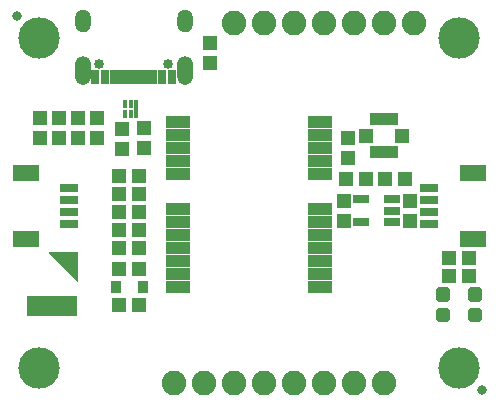
<source format=gts>
G75*
%MOIN*%
%OFA0B0*%
%FSLAX25Y25*%
%IPPOS*%
%LPD*%
%AMOC8*
5,1,8,0,0,1.08239X$1,22.5*
%
%ADD10C,0.13800*%
%ADD11C,0.03300*%
%ADD12R,0.08674X0.05524*%
%ADD13R,0.06115X0.03162*%
%ADD14R,0.05131X0.04737*%
%ADD15C,0.00197*%
%ADD16R,0.16535X0.06693*%
%ADD17R,0.04737X0.05131*%
%ADD18C,0.01990*%
%ADD19R,0.03280X0.04068*%
%ADD20R,0.09461X0.04146*%
%ADD21R,0.04934X0.04737*%
%ADD22R,0.05524X0.02965*%
%ADD23C,0.08200*%
%ADD24R,0.01784X0.03202*%
%ADD25R,0.01784X0.03005*%
%ADD26R,0.01981X0.04737*%
%ADD27R,0.03162X0.04737*%
%ADD28C,0.03359*%
%ADD29C,0.00039*%
%ADD30R,0.07887X0.03950*%
D10*
X0163333Y0085000D03*
X0303333Y0085000D03*
X0303333Y0194900D03*
X0163333Y0194900D03*
D11*
X0155833Y0202400D03*
X0310833Y0077500D03*
D12*
X0307802Y0127876D03*
X0307802Y0149924D03*
X0158865Y0149924D03*
X0158865Y0127876D03*
D13*
X0173333Y0132994D03*
X0173333Y0136931D03*
X0173333Y0140869D03*
X0173333Y0144806D03*
X0293333Y0144806D03*
X0293333Y0140869D03*
X0293333Y0136931D03*
X0293333Y0132994D03*
D14*
X0299987Y0121600D03*
X0299987Y0115600D03*
X0306680Y0115600D03*
X0306680Y0121600D03*
X0285180Y0147900D03*
X0278487Y0147900D03*
X0272180Y0147900D03*
X0265487Y0147900D03*
X0196680Y0148900D03*
X0189987Y0148900D03*
X0189987Y0142900D03*
X0196680Y0142900D03*
X0196680Y0136900D03*
X0189987Y0136900D03*
X0189987Y0130900D03*
X0196680Y0130900D03*
X0196680Y0125100D03*
X0189987Y0125100D03*
X0189987Y0117900D03*
X0196680Y0117900D03*
X0196680Y0106100D03*
X0189987Y0106100D03*
D15*
X0175885Y0114102D02*
X0166436Y0123551D01*
X0175885Y0123551D01*
X0175885Y0114102D01*
X0175885Y0114268D02*
X0175719Y0114268D01*
X0175885Y0114463D02*
X0175524Y0114463D01*
X0175328Y0114658D02*
X0175885Y0114658D01*
X0175885Y0114854D02*
X0175133Y0114854D01*
X0174938Y0115049D02*
X0175885Y0115049D01*
X0175885Y0115245D02*
X0174742Y0115245D01*
X0174547Y0115440D02*
X0175885Y0115440D01*
X0175885Y0115635D02*
X0174352Y0115635D01*
X0174156Y0115831D02*
X0175885Y0115831D01*
X0175885Y0116026D02*
X0173961Y0116026D01*
X0173766Y0116221D02*
X0175885Y0116221D01*
X0175885Y0116417D02*
X0173570Y0116417D01*
X0173375Y0116612D02*
X0175885Y0116612D01*
X0175885Y0116807D02*
X0173179Y0116807D01*
X0172984Y0117003D02*
X0175885Y0117003D01*
X0175885Y0117198D02*
X0172789Y0117198D01*
X0172593Y0117393D02*
X0175885Y0117393D01*
X0175885Y0117589D02*
X0172398Y0117589D01*
X0172203Y0117784D02*
X0175885Y0117784D01*
X0175885Y0117980D02*
X0172007Y0117980D01*
X0171812Y0118175D02*
X0175885Y0118175D01*
X0175885Y0118370D02*
X0171617Y0118370D01*
X0171421Y0118566D02*
X0175885Y0118566D01*
X0175885Y0118761D02*
X0171226Y0118761D01*
X0171030Y0118956D02*
X0175885Y0118956D01*
X0175885Y0119152D02*
X0170835Y0119152D01*
X0170640Y0119347D02*
X0175885Y0119347D01*
X0175885Y0119542D02*
X0170444Y0119542D01*
X0170249Y0119738D02*
X0175885Y0119738D01*
X0175885Y0119933D02*
X0170054Y0119933D01*
X0169858Y0120129D02*
X0175885Y0120129D01*
X0175885Y0120324D02*
X0169663Y0120324D01*
X0169468Y0120519D02*
X0175885Y0120519D01*
X0175885Y0120715D02*
X0169272Y0120715D01*
X0169077Y0120910D02*
X0175885Y0120910D01*
X0175885Y0121105D02*
X0168882Y0121105D01*
X0168686Y0121301D02*
X0175885Y0121301D01*
X0175885Y0121496D02*
X0168491Y0121496D01*
X0168295Y0121691D02*
X0175885Y0121691D01*
X0175885Y0121887D02*
X0168100Y0121887D01*
X0167905Y0122082D02*
X0175885Y0122082D01*
X0175885Y0122278D02*
X0167709Y0122278D01*
X0167514Y0122473D02*
X0175885Y0122473D01*
X0175885Y0122668D02*
X0167319Y0122668D01*
X0167123Y0122864D02*
X0175885Y0122864D01*
X0175885Y0123059D02*
X0166928Y0123059D01*
X0166733Y0123254D02*
X0175885Y0123254D01*
X0175885Y0123450D02*
X0166537Y0123450D01*
D16*
X0167696Y0105717D03*
D17*
X0190933Y0158054D03*
X0198133Y0158254D03*
X0198133Y0164946D03*
X0190933Y0164746D03*
X0182633Y0161554D03*
X0176333Y0161554D03*
X0169933Y0161554D03*
X0163533Y0161554D03*
X0163533Y0168246D03*
X0169933Y0168246D03*
X0176333Y0168246D03*
X0182633Y0168246D03*
X0220133Y0186654D03*
X0220133Y0193346D03*
X0266333Y0161746D03*
X0266333Y0155054D03*
X0265033Y0140646D03*
X0265033Y0133954D03*
X0286833Y0134054D03*
X0286833Y0140746D03*
D18*
X0296560Y0110826D02*
X0299306Y0110826D01*
X0299306Y0108080D01*
X0296560Y0108080D01*
X0296560Y0110826D01*
X0296560Y0109970D02*
X0299306Y0109970D01*
X0307060Y0110826D02*
X0309806Y0110826D01*
X0309806Y0108080D01*
X0307060Y0108080D01*
X0307060Y0110826D01*
X0307060Y0109970D02*
X0309806Y0109970D01*
X0309806Y0103920D02*
X0307060Y0103920D01*
X0309806Y0103920D02*
X0309806Y0101174D01*
X0307060Y0101174D01*
X0307060Y0103920D01*
X0307060Y0103064D02*
X0309806Y0103064D01*
X0299306Y0103920D02*
X0296560Y0103920D01*
X0299306Y0103920D02*
X0299306Y0101174D01*
X0296560Y0101174D01*
X0296560Y0103920D01*
X0296560Y0103064D02*
X0299306Y0103064D01*
D19*
X0197861Y0111900D03*
X0188806Y0111900D03*
D20*
X0278333Y0156987D03*
X0278333Y0167813D03*
D21*
X0272329Y0162400D03*
X0284337Y0162400D03*
D22*
X0280952Y0141140D03*
X0280952Y0137400D03*
X0280952Y0133660D03*
X0270715Y0133660D03*
X0270715Y0141140D03*
D23*
X0268333Y0199900D03*
X0258333Y0199900D03*
X0248333Y0199900D03*
X0238333Y0199900D03*
X0228333Y0199900D03*
X0278333Y0199900D03*
X0288333Y0199900D03*
X0278333Y0080000D03*
X0268333Y0080000D03*
X0258333Y0080000D03*
X0248333Y0080000D03*
X0238333Y0080000D03*
X0228333Y0080000D03*
X0218333Y0080000D03*
X0208333Y0080000D03*
D24*
X0195702Y0172794D03*
D25*
X0193733Y0172893D03*
X0191765Y0172893D03*
X0191765Y0169507D03*
X0193733Y0169507D03*
X0195702Y0169507D03*
D26*
X0195718Y0182039D03*
X0197686Y0182039D03*
X0199655Y0182039D03*
X0201623Y0182039D03*
X0193749Y0182039D03*
X0191781Y0182039D03*
X0189812Y0182039D03*
X0187844Y0182039D03*
D27*
X0185088Y0182039D03*
X0182036Y0182039D03*
X0204379Y0182039D03*
X0207430Y0182039D03*
D28*
X0206111Y0186389D03*
X0183355Y0186389D03*
D29*
X0180088Y0186371D02*
X0175363Y0186371D01*
X0175363Y0186333D02*
X0180088Y0186333D01*
X0180088Y0186296D02*
X0175363Y0186296D01*
X0175363Y0186258D02*
X0180088Y0186258D01*
X0180088Y0186220D02*
X0175363Y0186220D01*
X0175363Y0186182D02*
X0180088Y0186182D01*
X0180088Y0186144D02*
X0175363Y0186144D01*
X0175363Y0186106D02*
X0180088Y0186106D01*
X0180088Y0186068D02*
X0175363Y0186068D01*
X0175363Y0186030D02*
X0180088Y0186030D01*
X0180088Y0185992D02*
X0175363Y0185992D01*
X0175363Y0185955D02*
X0180088Y0185955D01*
X0180088Y0185917D02*
X0175363Y0185917D01*
X0175363Y0185879D02*
X0180088Y0185879D01*
X0180088Y0185841D02*
X0175363Y0185841D01*
X0175363Y0185803D02*
X0180088Y0185803D01*
X0180088Y0185765D02*
X0175363Y0185765D01*
X0175363Y0185727D02*
X0180088Y0185727D01*
X0180088Y0185689D02*
X0175363Y0185689D01*
X0175363Y0185652D02*
X0180088Y0185652D01*
X0180088Y0185614D02*
X0175363Y0185614D01*
X0175363Y0185576D02*
X0180088Y0185576D01*
X0180088Y0185538D02*
X0175363Y0185538D01*
X0175363Y0185500D02*
X0180088Y0185500D01*
X0180088Y0185462D02*
X0175363Y0185462D01*
X0175363Y0185424D02*
X0180088Y0185424D01*
X0180088Y0185386D02*
X0175363Y0185386D01*
X0175363Y0185349D02*
X0180088Y0185349D01*
X0180088Y0185311D02*
X0175363Y0185311D01*
X0175363Y0185273D02*
X0180088Y0185273D01*
X0180088Y0185235D02*
X0175363Y0185235D01*
X0175363Y0185197D02*
X0180088Y0185197D01*
X0180088Y0185159D02*
X0175363Y0185159D01*
X0175363Y0185121D02*
X0180088Y0185121D01*
X0180088Y0185083D02*
X0175363Y0185083D01*
X0175363Y0185045D02*
X0180088Y0185045D01*
X0180088Y0185008D02*
X0175363Y0185008D01*
X0175363Y0184970D02*
X0180088Y0184970D01*
X0180088Y0184932D02*
X0175363Y0184932D01*
X0175363Y0184894D02*
X0180088Y0184894D01*
X0180088Y0184856D02*
X0175363Y0184856D01*
X0175363Y0184818D02*
X0180088Y0184818D01*
X0180088Y0184780D02*
X0175363Y0184780D01*
X0175363Y0184742D02*
X0180088Y0184742D01*
X0180088Y0184705D02*
X0175363Y0184705D01*
X0175363Y0184667D02*
X0180088Y0184667D01*
X0180088Y0184629D02*
X0175363Y0184629D01*
X0175363Y0184591D02*
X0180088Y0184591D01*
X0180088Y0184553D02*
X0175363Y0184553D01*
X0175363Y0184515D02*
X0180088Y0184515D01*
X0180088Y0184477D02*
X0175363Y0184477D01*
X0175363Y0184439D02*
X0180088Y0184439D01*
X0180088Y0184401D02*
X0175363Y0184401D01*
X0175363Y0184364D02*
X0180088Y0184364D01*
X0180088Y0184326D02*
X0175363Y0184326D01*
X0175363Y0184288D02*
X0180088Y0184288D01*
X0180088Y0184250D02*
X0175363Y0184250D01*
X0175363Y0184212D02*
X0180088Y0184212D01*
X0180088Y0184174D02*
X0175363Y0184174D01*
X0175363Y0184136D02*
X0180088Y0184136D01*
X0180088Y0184098D02*
X0175363Y0184098D01*
X0175363Y0184061D02*
X0180088Y0184061D01*
X0180088Y0184023D02*
X0175363Y0184023D01*
X0175363Y0183985D02*
X0180088Y0183985D01*
X0180088Y0183947D02*
X0175363Y0183947D01*
X0175363Y0183909D02*
X0180088Y0183909D01*
X0180088Y0183871D02*
X0175363Y0183871D01*
X0175363Y0183833D02*
X0180088Y0183833D01*
X0180088Y0183795D02*
X0175363Y0183795D01*
X0175363Y0183757D02*
X0180088Y0183757D01*
X0180088Y0183720D02*
X0175363Y0183720D01*
X0175363Y0183682D02*
X0180088Y0183682D01*
X0180088Y0183644D02*
X0175363Y0183644D01*
X0175363Y0183606D02*
X0180088Y0183606D01*
X0180088Y0183568D02*
X0175363Y0183568D01*
X0175363Y0183530D02*
X0180088Y0183530D01*
X0180088Y0183492D02*
X0175363Y0183492D01*
X0175363Y0183454D02*
X0180088Y0183454D01*
X0180088Y0183417D02*
X0175363Y0183417D01*
X0175363Y0183379D02*
X0180088Y0183379D01*
X0180088Y0183341D02*
X0175363Y0183341D01*
X0175363Y0183303D02*
X0180088Y0183303D01*
X0180088Y0183265D02*
X0175363Y0183265D01*
X0175363Y0183227D02*
X0180088Y0183227D01*
X0180088Y0183189D02*
X0175363Y0183189D01*
X0175363Y0183151D02*
X0180088Y0183151D01*
X0180088Y0183114D02*
X0175363Y0183114D01*
X0175363Y0183076D02*
X0180088Y0183076D01*
X0180088Y0183038D02*
X0175363Y0183038D01*
X0175363Y0183000D02*
X0180088Y0183000D01*
X0180088Y0182962D02*
X0175363Y0182962D01*
X0175363Y0182924D02*
X0180088Y0182924D01*
X0180088Y0182886D02*
X0175363Y0182886D01*
X0175363Y0182848D02*
X0180088Y0182848D01*
X0180088Y0182810D02*
X0175363Y0182810D01*
X0175363Y0182773D02*
X0180088Y0182773D01*
X0180088Y0182735D02*
X0175363Y0182735D01*
X0175363Y0182697D02*
X0180088Y0182697D01*
X0180088Y0182659D02*
X0175363Y0182659D01*
X0175363Y0182621D02*
X0180088Y0182621D01*
X0180088Y0182583D02*
X0175363Y0182583D01*
X0175363Y0182545D02*
X0180088Y0182545D01*
X0180088Y0182507D02*
X0175363Y0182507D01*
X0175363Y0182470D02*
X0180088Y0182470D01*
X0180088Y0182432D02*
X0175363Y0182432D01*
X0175363Y0182394D02*
X0180088Y0182394D01*
X0180088Y0182356D02*
X0175363Y0182356D01*
X0175363Y0182318D02*
X0180088Y0182318D01*
X0180088Y0182280D02*
X0175363Y0182280D01*
X0175363Y0182242D02*
X0180088Y0182242D01*
X0180088Y0182204D02*
X0175363Y0182204D01*
X0175363Y0182166D02*
X0180088Y0182166D01*
X0180088Y0182129D02*
X0175363Y0182129D01*
X0175363Y0182091D02*
X0180088Y0182091D01*
X0180088Y0182053D02*
X0175363Y0182053D01*
X0175363Y0182015D02*
X0180088Y0182015D01*
X0180088Y0181977D02*
X0175363Y0181977D01*
X0175363Y0181960D02*
X0175363Y0186684D01*
X0175444Y0187183D01*
X0175633Y0187651D01*
X0175922Y0188066D01*
X0176297Y0188406D01*
X0176737Y0188654D01*
X0177221Y0188798D01*
X0177725Y0188830D01*
X0178230Y0188798D01*
X0178714Y0188654D01*
X0179154Y0188406D01*
X0179528Y0188066D01*
X0179817Y0187651D01*
X0180007Y0187183D01*
X0180088Y0186684D01*
X0180088Y0181960D01*
X0180027Y0181518D01*
X0179881Y0181097D01*
X0179655Y0180712D01*
X0179359Y0180378D01*
X0179004Y0180109D01*
X0178602Y0179914D01*
X0178171Y0179801D01*
X0177725Y0179775D01*
X0177280Y0179801D01*
X0176849Y0179914D01*
X0176447Y0180109D01*
X0176092Y0180378D01*
X0175796Y0180712D01*
X0175570Y0181097D01*
X0175424Y0181518D01*
X0175363Y0181960D01*
X0175366Y0181939D02*
X0180085Y0181939D01*
X0180080Y0181901D02*
X0175371Y0181901D01*
X0175377Y0181863D02*
X0180074Y0181863D01*
X0180069Y0181826D02*
X0175382Y0181826D01*
X0175387Y0181788D02*
X0180064Y0181788D01*
X0180059Y0181750D02*
X0175392Y0181750D01*
X0175397Y0181712D02*
X0180053Y0181712D01*
X0180048Y0181674D02*
X0175403Y0181674D01*
X0175408Y0181636D02*
X0180043Y0181636D01*
X0180038Y0181598D02*
X0175413Y0181598D01*
X0175418Y0181560D02*
X0180033Y0181560D01*
X0180027Y0181522D02*
X0175424Y0181522D01*
X0175436Y0181485D02*
X0180015Y0181485D01*
X0180002Y0181447D02*
X0175449Y0181447D01*
X0175462Y0181409D02*
X0179989Y0181409D01*
X0179976Y0181371D02*
X0175475Y0181371D01*
X0175488Y0181333D02*
X0179963Y0181333D01*
X0179950Y0181295D02*
X0175501Y0181295D01*
X0175515Y0181257D02*
X0179936Y0181257D01*
X0179923Y0181219D02*
X0175528Y0181219D01*
X0175541Y0181182D02*
X0179910Y0181182D01*
X0179897Y0181144D02*
X0175554Y0181144D01*
X0175567Y0181106D02*
X0179884Y0181106D01*
X0179864Y0181068D02*
X0175587Y0181068D01*
X0175609Y0181030D02*
X0179842Y0181030D01*
X0179820Y0180992D02*
X0175631Y0180992D01*
X0175654Y0180954D02*
X0179797Y0180954D01*
X0179775Y0180916D02*
X0175676Y0180916D01*
X0175698Y0180879D02*
X0179753Y0180879D01*
X0179731Y0180841D02*
X0175720Y0180841D01*
X0175742Y0180803D02*
X0179709Y0180803D01*
X0179686Y0180765D02*
X0175764Y0180765D01*
X0175787Y0180727D02*
X0179664Y0180727D01*
X0179635Y0180689D02*
X0175816Y0180689D01*
X0175849Y0180651D02*
X0179602Y0180651D01*
X0179568Y0180613D02*
X0175883Y0180613D01*
X0175917Y0180575D02*
X0179534Y0180575D01*
X0179501Y0180538D02*
X0175950Y0180538D01*
X0175984Y0180500D02*
X0179467Y0180500D01*
X0179433Y0180462D02*
X0176017Y0180462D01*
X0176051Y0180424D02*
X0179400Y0180424D01*
X0179366Y0180386D02*
X0176085Y0180386D01*
X0176131Y0180348D02*
X0179320Y0180348D01*
X0179270Y0180310D02*
X0176181Y0180310D01*
X0176231Y0180272D02*
X0179220Y0180272D01*
X0179170Y0180235D02*
X0176281Y0180235D01*
X0176331Y0180197D02*
X0179120Y0180197D01*
X0179070Y0180159D02*
X0176381Y0180159D01*
X0176431Y0180121D02*
X0179020Y0180121D01*
X0178950Y0180083D02*
X0176500Y0180083D01*
X0176578Y0180045D02*
X0178872Y0180045D01*
X0178794Y0180007D02*
X0176657Y0180007D01*
X0176735Y0179969D02*
X0178716Y0179969D01*
X0178638Y0179931D02*
X0176813Y0179931D01*
X0176927Y0179894D02*
X0178524Y0179894D01*
X0178379Y0179856D02*
X0177072Y0179856D01*
X0177217Y0179818D02*
X0178234Y0179818D01*
X0177812Y0179780D02*
X0177639Y0179780D01*
X0175363Y0186409D02*
X0180088Y0186409D01*
X0180088Y0186447D02*
X0175363Y0186447D01*
X0175363Y0186485D02*
X0180088Y0186485D01*
X0180088Y0186523D02*
X0175363Y0186523D01*
X0175363Y0186561D02*
X0180088Y0186561D01*
X0180088Y0186599D02*
X0175363Y0186599D01*
X0175363Y0186636D02*
X0180088Y0186636D01*
X0180088Y0186674D02*
X0175363Y0186674D01*
X0175368Y0186712D02*
X0180083Y0186712D01*
X0180077Y0186750D02*
X0175374Y0186750D01*
X0175380Y0186788D02*
X0180071Y0186788D01*
X0180065Y0186826D02*
X0175386Y0186826D01*
X0175392Y0186864D02*
X0180059Y0186864D01*
X0180053Y0186902D02*
X0175398Y0186902D01*
X0175404Y0186940D02*
X0180046Y0186940D01*
X0180040Y0186977D02*
X0175411Y0186977D01*
X0175417Y0187015D02*
X0180034Y0187015D01*
X0180028Y0187053D02*
X0175423Y0187053D01*
X0175429Y0187091D02*
X0180022Y0187091D01*
X0180016Y0187129D02*
X0175435Y0187129D01*
X0175441Y0187167D02*
X0180010Y0187167D01*
X0179998Y0187205D02*
X0175453Y0187205D01*
X0175468Y0187243D02*
X0179983Y0187243D01*
X0179968Y0187280D02*
X0175483Y0187280D01*
X0175499Y0187318D02*
X0179952Y0187318D01*
X0179937Y0187356D02*
X0175514Y0187356D01*
X0175529Y0187394D02*
X0179922Y0187394D01*
X0179906Y0187432D02*
X0175545Y0187432D01*
X0175560Y0187470D02*
X0179891Y0187470D01*
X0179876Y0187508D02*
X0175575Y0187508D01*
X0175591Y0187546D02*
X0179860Y0187546D01*
X0179845Y0187584D02*
X0175606Y0187584D01*
X0175621Y0187621D02*
X0179830Y0187621D01*
X0179812Y0187659D02*
X0175639Y0187659D01*
X0175665Y0187697D02*
X0179786Y0187697D01*
X0179759Y0187735D02*
X0175692Y0187735D01*
X0175718Y0187773D02*
X0179733Y0187773D01*
X0179706Y0187811D02*
X0175745Y0187811D01*
X0175771Y0187849D02*
X0179680Y0187849D01*
X0179654Y0187887D02*
X0175797Y0187887D01*
X0175824Y0187924D02*
X0179627Y0187924D01*
X0179601Y0187962D02*
X0175850Y0187962D01*
X0175877Y0188000D02*
X0179574Y0188000D01*
X0179548Y0188038D02*
X0175903Y0188038D01*
X0175934Y0188076D02*
X0179517Y0188076D01*
X0179476Y0188114D02*
X0175975Y0188114D01*
X0176017Y0188152D02*
X0179434Y0188152D01*
X0179392Y0188190D02*
X0176059Y0188190D01*
X0176100Y0188227D02*
X0179351Y0188227D01*
X0179309Y0188265D02*
X0176142Y0188265D01*
X0176184Y0188303D02*
X0179267Y0188303D01*
X0179225Y0188341D02*
X0176225Y0188341D01*
X0176267Y0188379D02*
X0179184Y0188379D01*
X0179134Y0188417D02*
X0176316Y0188417D01*
X0176384Y0188455D02*
X0179067Y0188455D01*
X0179000Y0188493D02*
X0176451Y0188493D01*
X0176518Y0188531D02*
X0178933Y0188531D01*
X0178865Y0188568D02*
X0176585Y0188568D01*
X0176653Y0188606D02*
X0178798Y0188606D01*
X0178731Y0188644D02*
X0176720Y0188644D01*
X0176832Y0188682D02*
X0178619Y0188682D01*
X0178491Y0188720D02*
X0176960Y0188720D01*
X0177088Y0188758D02*
X0178363Y0188758D01*
X0178236Y0188796D02*
X0177215Y0188796D01*
X0177725Y0197216D02*
X0177263Y0197263D01*
X0176818Y0197400D01*
X0176409Y0197621D01*
X0176051Y0197917D01*
X0175758Y0198278D01*
X0175540Y0198689D01*
X0175407Y0199135D01*
X0175363Y0199598D01*
X0175363Y0201960D01*
X0175410Y0202419D01*
X0175546Y0202859D01*
X0175765Y0203265D01*
X0176059Y0203620D01*
X0176417Y0203911D01*
X0176824Y0204127D01*
X0177266Y0204259D01*
X0177725Y0204302D01*
X0178249Y0204246D01*
X0178747Y0204074D01*
X0179194Y0203795D01*
X0179568Y0203424D01*
X0179850Y0202980D01*
X0180026Y0202483D01*
X0180088Y0201960D01*
X0180088Y0199598D01*
X0180030Y0199070D01*
X0179857Y0198567D01*
X0179576Y0198117D01*
X0179202Y0197739D01*
X0178754Y0197455D01*
X0178253Y0197277D01*
X0177725Y0197216D01*
X0177961Y0197243D02*
X0177457Y0197243D01*
X0177205Y0197281D02*
X0178264Y0197281D01*
X0178370Y0197319D02*
X0177082Y0197319D01*
X0176959Y0197357D02*
X0178477Y0197357D01*
X0178584Y0197395D02*
X0176836Y0197395D01*
X0176758Y0197433D02*
X0178691Y0197433D01*
X0178778Y0197471D02*
X0176688Y0197471D01*
X0176618Y0197508D02*
X0178838Y0197508D01*
X0178898Y0197546D02*
X0176548Y0197546D01*
X0176477Y0197584D02*
X0178958Y0197584D01*
X0179017Y0197622D02*
X0176408Y0197622D01*
X0176362Y0197660D02*
X0179077Y0197660D01*
X0179137Y0197698D02*
X0176316Y0197698D01*
X0176271Y0197736D02*
X0179196Y0197736D01*
X0179236Y0197774D02*
X0176225Y0197774D01*
X0176179Y0197811D02*
X0179274Y0197811D01*
X0179311Y0197849D02*
X0176133Y0197849D01*
X0176088Y0197887D02*
X0179349Y0197887D01*
X0179386Y0197925D02*
X0176045Y0197925D01*
X0176014Y0197963D02*
X0179424Y0197963D01*
X0179462Y0198001D02*
X0175983Y0198001D01*
X0175952Y0198039D02*
X0179499Y0198039D01*
X0179537Y0198077D02*
X0175922Y0198077D01*
X0175891Y0198115D02*
X0179574Y0198115D01*
X0179599Y0198152D02*
X0175860Y0198152D01*
X0175829Y0198190D02*
X0179622Y0198190D01*
X0179646Y0198228D02*
X0175798Y0198228D01*
X0175767Y0198266D02*
X0179669Y0198266D01*
X0179693Y0198304D02*
X0175744Y0198304D01*
X0175724Y0198342D02*
X0179717Y0198342D01*
X0179740Y0198380D02*
X0175704Y0198380D01*
X0175684Y0198418D02*
X0179764Y0198418D01*
X0179787Y0198455D02*
X0175664Y0198455D01*
X0175644Y0198493D02*
X0179811Y0198493D01*
X0179834Y0198531D02*
X0175624Y0198531D01*
X0175604Y0198569D02*
X0179858Y0198569D01*
X0179871Y0198607D02*
X0175584Y0198607D01*
X0175563Y0198645D02*
X0179884Y0198645D01*
X0179897Y0198683D02*
X0175543Y0198683D01*
X0175531Y0198721D02*
X0179910Y0198721D01*
X0179923Y0198759D02*
X0175519Y0198759D01*
X0175508Y0198796D02*
X0179936Y0198796D01*
X0179949Y0198834D02*
X0175497Y0198834D01*
X0175485Y0198872D02*
X0179962Y0198872D01*
X0179975Y0198910D02*
X0175474Y0198910D01*
X0175463Y0198948D02*
X0179988Y0198948D01*
X0180001Y0198986D02*
X0175451Y0198986D01*
X0175440Y0199024D02*
X0180015Y0199024D01*
X0180028Y0199062D02*
X0175429Y0199062D01*
X0175417Y0199099D02*
X0180034Y0199099D01*
X0180038Y0199137D02*
X0175407Y0199137D01*
X0175403Y0199175D02*
X0180042Y0199175D01*
X0180046Y0199213D02*
X0175400Y0199213D01*
X0175396Y0199251D02*
X0180050Y0199251D01*
X0180054Y0199289D02*
X0175392Y0199289D01*
X0175389Y0199327D02*
X0180058Y0199327D01*
X0180062Y0199365D02*
X0175385Y0199365D01*
X0175382Y0199403D02*
X0180066Y0199403D01*
X0180071Y0199440D02*
X0175378Y0199440D01*
X0175375Y0199478D02*
X0180075Y0199478D01*
X0180079Y0199516D02*
X0175371Y0199516D01*
X0175367Y0199554D02*
X0180083Y0199554D01*
X0180087Y0199592D02*
X0175364Y0199592D01*
X0175363Y0199630D02*
X0180088Y0199630D01*
X0180088Y0199668D02*
X0175363Y0199668D01*
X0175363Y0199706D02*
X0180088Y0199706D01*
X0180088Y0199743D02*
X0175363Y0199743D01*
X0175363Y0199781D02*
X0180088Y0199781D01*
X0180088Y0199819D02*
X0175363Y0199819D01*
X0175363Y0199857D02*
X0180088Y0199857D01*
X0180088Y0199895D02*
X0175363Y0199895D01*
X0175363Y0199933D02*
X0180088Y0199933D01*
X0180088Y0199971D02*
X0175363Y0199971D01*
X0175363Y0200009D02*
X0180088Y0200009D01*
X0180088Y0200046D02*
X0175363Y0200046D01*
X0175363Y0200084D02*
X0180088Y0200084D01*
X0180088Y0200122D02*
X0175363Y0200122D01*
X0175363Y0200160D02*
X0180088Y0200160D01*
X0180088Y0200198D02*
X0175363Y0200198D01*
X0175363Y0200236D02*
X0180088Y0200236D01*
X0180088Y0200274D02*
X0175363Y0200274D01*
X0175363Y0200312D02*
X0180088Y0200312D01*
X0180088Y0200350D02*
X0175363Y0200350D01*
X0175363Y0200387D02*
X0180088Y0200387D01*
X0180088Y0200425D02*
X0175363Y0200425D01*
X0175363Y0200463D02*
X0180088Y0200463D01*
X0180088Y0200501D02*
X0175363Y0200501D01*
X0175363Y0200539D02*
X0180088Y0200539D01*
X0180088Y0200577D02*
X0175363Y0200577D01*
X0175363Y0200615D02*
X0180088Y0200615D01*
X0180088Y0200653D02*
X0175363Y0200653D01*
X0175363Y0200690D02*
X0180088Y0200690D01*
X0180088Y0200728D02*
X0175363Y0200728D01*
X0175363Y0200766D02*
X0180088Y0200766D01*
X0180088Y0200804D02*
X0175363Y0200804D01*
X0175363Y0200842D02*
X0180088Y0200842D01*
X0180088Y0200880D02*
X0175363Y0200880D01*
X0175363Y0200918D02*
X0180088Y0200918D01*
X0180088Y0200956D02*
X0175363Y0200956D01*
X0175363Y0200994D02*
X0180088Y0200994D01*
X0180088Y0201031D02*
X0175363Y0201031D01*
X0175363Y0201069D02*
X0180088Y0201069D01*
X0180088Y0201107D02*
X0175363Y0201107D01*
X0175363Y0201145D02*
X0180088Y0201145D01*
X0180088Y0201183D02*
X0175363Y0201183D01*
X0175363Y0201221D02*
X0180088Y0201221D01*
X0180088Y0201259D02*
X0175363Y0201259D01*
X0175363Y0201297D02*
X0180088Y0201297D01*
X0180088Y0201334D02*
X0175363Y0201334D01*
X0175363Y0201372D02*
X0180088Y0201372D01*
X0180088Y0201410D02*
X0175363Y0201410D01*
X0175363Y0201448D02*
X0180088Y0201448D01*
X0180088Y0201486D02*
X0175363Y0201486D01*
X0175363Y0201524D02*
X0180088Y0201524D01*
X0180088Y0201562D02*
X0175363Y0201562D01*
X0175363Y0201600D02*
X0180088Y0201600D01*
X0180088Y0201638D02*
X0175363Y0201638D01*
X0175363Y0201675D02*
X0180088Y0201675D01*
X0180088Y0201713D02*
X0175363Y0201713D01*
X0175363Y0201751D02*
X0180088Y0201751D01*
X0180088Y0201789D02*
X0175363Y0201789D01*
X0175363Y0201827D02*
X0180088Y0201827D01*
X0180088Y0201865D02*
X0175363Y0201865D01*
X0175363Y0201903D02*
X0180088Y0201903D01*
X0180088Y0201941D02*
X0175363Y0201941D01*
X0175365Y0201978D02*
X0180085Y0201978D01*
X0180081Y0202016D02*
X0175369Y0202016D01*
X0175373Y0202054D02*
X0180077Y0202054D01*
X0180072Y0202092D02*
X0175377Y0202092D01*
X0175381Y0202130D02*
X0180068Y0202130D01*
X0180063Y0202168D02*
X0175385Y0202168D01*
X0175388Y0202206D02*
X0180059Y0202206D01*
X0180054Y0202244D02*
X0175392Y0202244D01*
X0175396Y0202281D02*
X0180050Y0202281D01*
X0180046Y0202319D02*
X0175400Y0202319D01*
X0175404Y0202357D02*
X0180041Y0202357D01*
X0180037Y0202395D02*
X0175408Y0202395D01*
X0175415Y0202433D02*
X0180032Y0202433D01*
X0180028Y0202471D02*
X0175426Y0202471D01*
X0175438Y0202509D02*
X0180017Y0202509D01*
X0180004Y0202547D02*
X0175450Y0202547D01*
X0175461Y0202585D02*
X0179990Y0202585D01*
X0179977Y0202622D02*
X0175473Y0202622D01*
X0175485Y0202660D02*
X0179964Y0202660D01*
X0179950Y0202698D02*
X0175496Y0202698D01*
X0175508Y0202736D02*
X0179937Y0202736D01*
X0179923Y0202774D02*
X0175520Y0202774D01*
X0175531Y0202812D02*
X0179910Y0202812D01*
X0179896Y0202850D02*
X0175543Y0202850D01*
X0175561Y0202888D02*
X0179883Y0202888D01*
X0179870Y0202925D02*
X0175582Y0202925D01*
X0175602Y0202963D02*
X0179856Y0202963D01*
X0179837Y0203001D02*
X0175623Y0203001D01*
X0175643Y0203039D02*
X0179813Y0203039D01*
X0179789Y0203077D02*
X0175664Y0203077D01*
X0175684Y0203115D02*
X0179765Y0203115D01*
X0179741Y0203153D02*
X0175705Y0203153D01*
X0175725Y0203191D02*
X0179717Y0203191D01*
X0179693Y0203229D02*
X0175745Y0203229D01*
X0175766Y0203266D02*
X0179668Y0203266D01*
X0179644Y0203304D02*
X0175798Y0203304D01*
X0175829Y0203342D02*
X0179620Y0203342D01*
X0179596Y0203380D02*
X0175860Y0203380D01*
X0175892Y0203418D02*
X0179572Y0203418D01*
X0179537Y0203456D02*
X0175923Y0203456D01*
X0175954Y0203494D02*
X0179498Y0203494D01*
X0179460Y0203532D02*
X0175986Y0203532D01*
X0176017Y0203569D02*
X0179422Y0203569D01*
X0179384Y0203607D02*
X0176048Y0203607D01*
X0176090Y0203645D02*
X0179346Y0203645D01*
X0179307Y0203683D02*
X0176136Y0203683D01*
X0176183Y0203721D02*
X0179269Y0203721D01*
X0179231Y0203759D02*
X0176229Y0203759D01*
X0176276Y0203797D02*
X0179192Y0203797D01*
X0179131Y0203835D02*
X0176323Y0203835D01*
X0176369Y0203873D02*
X0179070Y0203873D01*
X0179009Y0203910D02*
X0176416Y0203910D01*
X0176487Y0203948D02*
X0178949Y0203948D01*
X0178888Y0203986D02*
X0176558Y0203986D01*
X0176630Y0204024D02*
X0178827Y0204024D01*
X0178766Y0204062D02*
X0176701Y0204062D01*
X0176773Y0204100D02*
X0178671Y0204100D01*
X0178562Y0204138D02*
X0176860Y0204138D01*
X0176987Y0204176D02*
X0178452Y0204176D01*
X0178342Y0204213D02*
X0177114Y0204213D01*
X0177240Y0204251D02*
X0178196Y0204251D01*
X0177847Y0204289D02*
X0177586Y0204289D01*
X0209379Y0201960D02*
X0209379Y0199598D01*
X0209423Y0199135D01*
X0209556Y0198689D01*
X0209773Y0198278D01*
X0210067Y0197917D01*
X0210425Y0197621D01*
X0210834Y0197400D01*
X0211279Y0197263D01*
X0211741Y0197216D01*
X0212269Y0197277D01*
X0212769Y0197455D01*
X0213218Y0197739D01*
X0213592Y0198117D01*
X0213873Y0198567D01*
X0214046Y0199070D01*
X0214103Y0199598D01*
X0214103Y0201960D01*
X0214042Y0202483D01*
X0213866Y0202980D01*
X0213584Y0203424D01*
X0213210Y0203795D01*
X0212763Y0204074D01*
X0212265Y0204246D01*
X0211741Y0204302D01*
X0211282Y0204259D01*
X0210840Y0204127D01*
X0210433Y0203911D01*
X0210075Y0203620D01*
X0209781Y0203265D01*
X0209562Y0202859D01*
X0209426Y0202419D01*
X0209379Y0201960D01*
X0209381Y0201978D02*
X0214101Y0201978D01*
X0214103Y0201941D02*
X0209379Y0201941D01*
X0209379Y0201903D02*
X0214103Y0201903D01*
X0214103Y0201865D02*
X0209379Y0201865D01*
X0209379Y0201827D02*
X0214103Y0201827D01*
X0214103Y0201789D02*
X0209379Y0201789D01*
X0209379Y0201751D02*
X0214103Y0201751D01*
X0214103Y0201713D02*
X0209379Y0201713D01*
X0209379Y0201675D02*
X0214103Y0201675D01*
X0214103Y0201638D02*
X0209379Y0201638D01*
X0209379Y0201600D02*
X0214103Y0201600D01*
X0214103Y0201562D02*
X0209379Y0201562D01*
X0209379Y0201524D02*
X0214103Y0201524D01*
X0214103Y0201486D02*
X0209379Y0201486D01*
X0209379Y0201448D02*
X0214103Y0201448D01*
X0214103Y0201410D02*
X0209379Y0201410D01*
X0209379Y0201372D02*
X0214103Y0201372D01*
X0214103Y0201334D02*
X0209379Y0201334D01*
X0209379Y0201297D02*
X0214103Y0201297D01*
X0214103Y0201259D02*
X0209379Y0201259D01*
X0209379Y0201221D02*
X0214103Y0201221D01*
X0214103Y0201183D02*
X0209379Y0201183D01*
X0209379Y0201145D02*
X0214103Y0201145D01*
X0214103Y0201107D02*
X0209379Y0201107D01*
X0209379Y0201069D02*
X0214103Y0201069D01*
X0214103Y0201031D02*
X0209379Y0201031D01*
X0209379Y0200994D02*
X0214103Y0200994D01*
X0214103Y0200956D02*
X0209379Y0200956D01*
X0209379Y0200918D02*
X0214103Y0200918D01*
X0214103Y0200880D02*
X0209379Y0200880D01*
X0209379Y0200842D02*
X0214103Y0200842D01*
X0214103Y0200804D02*
X0209379Y0200804D01*
X0209379Y0200766D02*
X0214103Y0200766D01*
X0214103Y0200728D02*
X0209379Y0200728D01*
X0209379Y0200690D02*
X0214103Y0200690D01*
X0214103Y0200653D02*
X0209379Y0200653D01*
X0209379Y0200615D02*
X0214103Y0200615D01*
X0214103Y0200577D02*
X0209379Y0200577D01*
X0209379Y0200539D02*
X0214103Y0200539D01*
X0214103Y0200501D02*
X0209379Y0200501D01*
X0209379Y0200463D02*
X0214103Y0200463D01*
X0214103Y0200425D02*
X0209379Y0200425D01*
X0209379Y0200387D02*
X0214103Y0200387D01*
X0214103Y0200350D02*
X0209379Y0200350D01*
X0209379Y0200312D02*
X0214103Y0200312D01*
X0214103Y0200274D02*
X0209379Y0200274D01*
X0209379Y0200236D02*
X0214103Y0200236D01*
X0214103Y0200198D02*
X0209379Y0200198D01*
X0209379Y0200160D02*
X0214103Y0200160D01*
X0214103Y0200122D02*
X0209379Y0200122D01*
X0209379Y0200084D02*
X0214103Y0200084D01*
X0214103Y0200046D02*
X0209379Y0200046D01*
X0209379Y0200009D02*
X0214103Y0200009D01*
X0214103Y0199971D02*
X0209379Y0199971D01*
X0209379Y0199933D02*
X0214103Y0199933D01*
X0214103Y0199895D02*
X0209379Y0199895D01*
X0209379Y0199857D02*
X0214103Y0199857D01*
X0214103Y0199819D02*
X0209379Y0199819D01*
X0209379Y0199781D02*
X0214103Y0199781D01*
X0214103Y0199743D02*
X0209379Y0199743D01*
X0209379Y0199706D02*
X0214103Y0199706D01*
X0214103Y0199668D02*
X0209379Y0199668D01*
X0209379Y0199630D02*
X0214103Y0199630D01*
X0214103Y0199592D02*
X0209380Y0199592D01*
X0209383Y0199554D02*
X0214099Y0199554D01*
X0214095Y0199516D02*
X0209387Y0199516D01*
X0209390Y0199478D02*
X0214090Y0199478D01*
X0214086Y0199440D02*
X0209394Y0199440D01*
X0209397Y0199403D02*
X0214082Y0199403D01*
X0214078Y0199365D02*
X0209401Y0199365D01*
X0209405Y0199327D02*
X0214074Y0199327D01*
X0214070Y0199289D02*
X0209408Y0199289D01*
X0209412Y0199251D02*
X0214066Y0199251D01*
X0214062Y0199213D02*
X0209415Y0199213D01*
X0209419Y0199175D02*
X0214058Y0199175D01*
X0214053Y0199137D02*
X0209422Y0199137D01*
X0209433Y0199099D02*
X0214049Y0199099D01*
X0214043Y0199062D02*
X0209445Y0199062D01*
X0209456Y0199024D02*
X0214030Y0199024D01*
X0214017Y0198986D02*
X0209467Y0198986D01*
X0209478Y0198948D02*
X0214004Y0198948D01*
X0213991Y0198910D02*
X0209490Y0198910D01*
X0209501Y0198872D02*
X0213978Y0198872D01*
X0213965Y0198834D02*
X0209512Y0198834D01*
X0209524Y0198796D02*
X0213952Y0198796D01*
X0213939Y0198759D02*
X0209535Y0198759D01*
X0209546Y0198721D02*
X0213926Y0198721D01*
X0213913Y0198683D02*
X0209559Y0198683D01*
X0209579Y0198645D02*
X0213900Y0198645D01*
X0213886Y0198607D02*
X0209599Y0198607D01*
X0209619Y0198569D02*
X0213873Y0198569D01*
X0213850Y0198531D02*
X0209639Y0198531D01*
X0209659Y0198493D02*
X0213827Y0198493D01*
X0213803Y0198455D02*
X0209679Y0198455D01*
X0209699Y0198418D02*
X0213779Y0198418D01*
X0213756Y0198380D02*
X0209720Y0198380D01*
X0209740Y0198342D02*
X0213732Y0198342D01*
X0213709Y0198304D02*
X0209760Y0198304D01*
X0209783Y0198266D02*
X0213685Y0198266D01*
X0213662Y0198228D02*
X0209814Y0198228D01*
X0209845Y0198190D02*
X0213638Y0198190D01*
X0213614Y0198152D02*
X0209876Y0198152D01*
X0209906Y0198115D02*
X0213590Y0198115D01*
X0213552Y0198077D02*
X0209937Y0198077D01*
X0209968Y0198039D02*
X0213515Y0198039D01*
X0213477Y0198001D02*
X0209999Y0198001D01*
X0210030Y0197963D02*
X0213440Y0197963D01*
X0213402Y0197925D02*
X0210061Y0197925D01*
X0210103Y0197887D02*
X0213365Y0197887D01*
X0213327Y0197849D02*
X0210149Y0197849D01*
X0210195Y0197811D02*
X0213290Y0197811D01*
X0213252Y0197774D02*
X0210241Y0197774D01*
X0210286Y0197736D02*
X0213212Y0197736D01*
X0213152Y0197698D02*
X0210332Y0197698D01*
X0210378Y0197660D02*
X0213093Y0197660D01*
X0213033Y0197622D02*
X0210424Y0197622D01*
X0210493Y0197584D02*
X0212973Y0197584D01*
X0212914Y0197546D02*
X0210563Y0197546D01*
X0210633Y0197508D02*
X0212854Y0197508D01*
X0212794Y0197471D02*
X0210704Y0197471D01*
X0210774Y0197433D02*
X0212707Y0197433D01*
X0212600Y0197395D02*
X0210851Y0197395D01*
X0210974Y0197357D02*
X0212493Y0197357D01*
X0212386Y0197319D02*
X0211097Y0197319D01*
X0211220Y0197281D02*
X0212279Y0197281D01*
X0211977Y0197243D02*
X0211473Y0197243D01*
X0209385Y0202016D02*
X0214097Y0202016D01*
X0214092Y0202054D02*
X0209389Y0202054D01*
X0209393Y0202092D02*
X0214088Y0202092D01*
X0214084Y0202130D02*
X0209396Y0202130D01*
X0209400Y0202168D02*
X0214079Y0202168D01*
X0214075Y0202206D02*
X0209404Y0202206D01*
X0209408Y0202244D02*
X0214070Y0202244D01*
X0214066Y0202281D02*
X0209412Y0202281D01*
X0209416Y0202319D02*
X0214061Y0202319D01*
X0214057Y0202357D02*
X0209420Y0202357D01*
X0209424Y0202395D02*
X0214053Y0202395D01*
X0214048Y0202433D02*
X0209431Y0202433D01*
X0209442Y0202471D02*
X0214044Y0202471D01*
X0214033Y0202509D02*
X0209454Y0202509D01*
X0209466Y0202547D02*
X0214020Y0202547D01*
X0214006Y0202585D02*
X0209477Y0202585D01*
X0209489Y0202622D02*
X0213993Y0202622D01*
X0213979Y0202660D02*
X0209501Y0202660D01*
X0209512Y0202698D02*
X0213966Y0202698D01*
X0213952Y0202736D02*
X0209524Y0202736D01*
X0209536Y0202774D02*
X0213939Y0202774D01*
X0213926Y0202812D02*
X0209547Y0202812D01*
X0209559Y0202850D02*
X0213912Y0202850D01*
X0213899Y0202888D02*
X0209577Y0202888D01*
X0209598Y0202925D02*
X0213885Y0202925D01*
X0213872Y0202963D02*
X0209618Y0202963D01*
X0209638Y0203001D02*
X0213852Y0203001D01*
X0213828Y0203039D02*
X0209659Y0203039D01*
X0209679Y0203077D02*
X0213804Y0203077D01*
X0213780Y0203115D02*
X0209700Y0203115D01*
X0209720Y0203153D02*
X0213756Y0203153D01*
X0213732Y0203191D02*
X0209741Y0203191D01*
X0209761Y0203229D02*
X0213708Y0203229D01*
X0213684Y0203266D02*
X0209782Y0203266D01*
X0209813Y0203304D02*
X0213660Y0203304D01*
X0213636Y0203342D02*
X0209845Y0203342D01*
X0209876Y0203380D02*
X0213612Y0203380D01*
X0213588Y0203418D02*
X0209907Y0203418D01*
X0209939Y0203456D02*
X0213552Y0203456D01*
X0213514Y0203494D02*
X0209970Y0203494D01*
X0210001Y0203532D02*
X0213476Y0203532D01*
X0213438Y0203569D02*
X0210033Y0203569D01*
X0210064Y0203607D02*
X0213400Y0203607D01*
X0213361Y0203645D02*
X0210106Y0203645D01*
X0210152Y0203683D02*
X0213323Y0203683D01*
X0213285Y0203721D02*
X0210199Y0203721D01*
X0210245Y0203759D02*
X0213247Y0203759D01*
X0213208Y0203797D02*
X0210292Y0203797D01*
X0210338Y0203835D02*
X0213147Y0203835D01*
X0213086Y0203873D02*
X0210385Y0203873D01*
X0210431Y0203910D02*
X0213025Y0203910D01*
X0212964Y0203948D02*
X0210502Y0203948D01*
X0210574Y0203986D02*
X0212903Y0203986D01*
X0212843Y0204024D02*
X0210646Y0204024D01*
X0210717Y0204062D02*
X0212782Y0204062D01*
X0212687Y0204100D02*
X0210789Y0204100D01*
X0210876Y0204138D02*
X0212577Y0204138D01*
X0212468Y0204176D02*
X0211003Y0204176D01*
X0211129Y0204213D02*
X0212358Y0204213D01*
X0212212Y0204251D02*
X0211256Y0204251D01*
X0211602Y0204289D02*
X0211862Y0204289D01*
X0211741Y0188830D02*
X0212245Y0188798D01*
X0212730Y0188654D01*
X0213170Y0188406D01*
X0213544Y0188066D01*
X0213833Y0187651D01*
X0214023Y0187183D01*
X0214103Y0186684D01*
X0214103Y0181960D01*
X0214042Y0181518D01*
X0213896Y0181097D01*
X0213671Y0180712D01*
X0213375Y0180378D01*
X0213019Y0180109D01*
X0212618Y0179914D01*
X0212186Y0179801D01*
X0211741Y0179775D01*
X0211296Y0179801D01*
X0210864Y0179914D01*
X0210463Y0180109D01*
X0210108Y0180378D01*
X0209811Y0180712D01*
X0209586Y0181097D01*
X0209440Y0181518D01*
X0209379Y0181960D01*
X0209379Y0186684D01*
X0209460Y0187183D01*
X0209649Y0187651D01*
X0209938Y0188066D01*
X0210312Y0188406D01*
X0210753Y0188654D01*
X0211237Y0188798D01*
X0211741Y0188830D01*
X0211231Y0188796D02*
X0212251Y0188796D01*
X0212379Y0188758D02*
X0211103Y0188758D01*
X0210976Y0188720D02*
X0212507Y0188720D01*
X0212634Y0188682D02*
X0210848Y0188682D01*
X0210736Y0188644D02*
X0212747Y0188644D01*
X0212814Y0188606D02*
X0210668Y0188606D01*
X0210601Y0188568D02*
X0212881Y0188568D01*
X0212948Y0188531D02*
X0210534Y0188531D01*
X0210467Y0188493D02*
X0213016Y0188493D01*
X0213083Y0188455D02*
X0210399Y0188455D01*
X0210332Y0188417D02*
X0213150Y0188417D01*
X0213199Y0188379D02*
X0210283Y0188379D01*
X0210241Y0188341D02*
X0213241Y0188341D01*
X0213283Y0188303D02*
X0210200Y0188303D01*
X0210158Y0188265D02*
X0213325Y0188265D01*
X0213366Y0188227D02*
X0210116Y0188227D01*
X0210074Y0188190D02*
X0213408Y0188190D01*
X0213450Y0188152D02*
X0210033Y0188152D01*
X0209991Y0188114D02*
X0213491Y0188114D01*
X0213533Y0188076D02*
X0209949Y0188076D01*
X0209919Y0188038D02*
X0213564Y0188038D01*
X0213590Y0188000D02*
X0209892Y0188000D01*
X0209866Y0187962D02*
X0213616Y0187962D01*
X0213643Y0187924D02*
X0209840Y0187924D01*
X0209813Y0187887D02*
X0213669Y0187887D01*
X0213696Y0187849D02*
X0209787Y0187849D01*
X0209760Y0187811D02*
X0213722Y0187811D01*
X0213749Y0187773D02*
X0209734Y0187773D01*
X0209707Y0187735D02*
X0213775Y0187735D01*
X0213801Y0187697D02*
X0209681Y0187697D01*
X0209655Y0187659D02*
X0213828Y0187659D01*
X0213845Y0187621D02*
X0209637Y0187621D01*
X0209622Y0187584D02*
X0213861Y0187584D01*
X0213876Y0187546D02*
X0209606Y0187546D01*
X0209591Y0187508D02*
X0213891Y0187508D01*
X0213907Y0187470D02*
X0209576Y0187470D01*
X0209560Y0187432D02*
X0213922Y0187432D01*
X0213937Y0187394D02*
X0209545Y0187394D01*
X0209530Y0187356D02*
X0213953Y0187356D01*
X0213968Y0187318D02*
X0209514Y0187318D01*
X0209499Y0187280D02*
X0213983Y0187280D01*
X0213999Y0187243D02*
X0209484Y0187243D01*
X0209468Y0187205D02*
X0214014Y0187205D01*
X0214025Y0187167D02*
X0209457Y0187167D01*
X0209451Y0187129D02*
X0214032Y0187129D01*
X0214038Y0187091D02*
X0209445Y0187091D01*
X0209439Y0187053D02*
X0214044Y0187053D01*
X0214050Y0187015D02*
X0209432Y0187015D01*
X0209426Y0186977D02*
X0214056Y0186977D01*
X0214062Y0186940D02*
X0209420Y0186940D01*
X0209414Y0186902D02*
X0214068Y0186902D01*
X0214074Y0186864D02*
X0209408Y0186864D01*
X0209402Y0186826D02*
X0214081Y0186826D01*
X0214087Y0186788D02*
X0209396Y0186788D01*
X0209390Y0186750D02*
X0214093Y0186750D01*
X0214099Y0186712D02*
X0209384Y0186712D01*
X0209379Y0186674D02*
X0214103Y0186674D01*
X0214103Y0186636D02*
X0209379Y0186636D01*
X0209379Y0186599D02*
X0214103Y0186599D01*
X0214103Y0186561D02*
X0209379Y0186561D01*
X0209379Y0186523D02*
X0214103Y0186523D01*
X0214103Y0186485D02*
X0209379Y0186485D01*
X0209379Y0186447D02*
X0214103Y0186447D01*
X0214103Y0186409D02*
X0209379Y0186409D01*
X0209379Y0186371D02*
X0214103Y0186371D01*
X0214103Y0186333D02*
X0209379Y0186333D01*
X0209379Y0186296D02*
X0214103Y0186296D01*
X0214103Y0186258D02*
X0209379Y0186258D01*
X0209379Y0186220D02*
X0214103Y0186220D01*
X0214103Y0186182D02*
X0209379Y0186182D01*
X0209379Y0186144D02*
X0214103Y0186144D01*
X0214103Y0186106D02*
X0209379Y0186106D01*
X0209379Y0186068D02*
X0214103Y0186068D01*
X0214103Y0186030D02*
X0209379Y0186030D01*
X0209379Y0185992D02*
X0214103Y0185992D01*
X0214103Y0185955D02*
X0209379Y0185955D01*
X0209379Y0185917D02*
X0214103Y0185917D01*
X0214103Y0185879D02*
X0209379Y0185879D01*
X0209379Y0185841D02*
X0214103Y0185841D01*
X0214103Y0185803D02*
X0209379Y0185803D01*
X0209379Y0185765D02*
X0214103Y0185765D01*
X0214103Y0185727D02*
X0209379Y0185727D01*
X0209379Y0185689D02*
X0214103Y0185689D01*
X0214103Y0185652D02*
X0209379Y0185652D01*
X0209379Y0185614D02*
X0214103Y0185614D01*
X0214103Y0185576D02*
X0209379Y0185576D01*
X0209379Y0185538D02*
X0214103Y0185538D01*
X0214103Y0185500D02*
X0209379Y0185500D01*
X0209379Y0185462D02*
X0214103Y0185462D01*
X0214103Y0185424D02*
X0209379Y0185424D01*
X0209379Y0185386D02*
X0214103Y0185386D01*
X0214103Y0185349D02*
X0209379Y0185349D01*
X0209379Y0185311D02*
X0214103Y0185311D01*
X0214103Y0185273D02*
X0209379Y0185273D01*
X0209379Y0185235D02*
X0214103Y0185235D01*
X0214103Y0185197D02*
X0209379Y0185197D01*
X0209379Y0185159D02*
X0214103Y0185159D01*
X0214103Y0185121D02*
X0209379Y0185121D01*
X0209379Y0185083D02*
X0214103Y0185083D01*
X0214103Y0185045D02*
X0209379Y0185045D01*
X0209379Y0185008D02*
X0214103Y0185008D01*
X0214103Y0184970D02*
X0209379Y0184970D01*
X0209379Y0184932D02*
X0214103Y0184932D01*
X0214103Y0184894D02*
X0209379Y0184894D01*
X0209379Y0184856D02*
X0214103Y0184856D01*
X0214103Y0184818D02*
X0209379Y0184818D01*
X0209379Y0184780D02*
X0214103Y0184780D01*
X0214103Y0184742D02*
X0209379Y0184742D01*
X0209379Y0184705D02*
X0214103Y0184705D01*
X0214103Y0184667D02*
X0209379Y0184667D01*
X0209379Y0184629D02*
X0214103Y0184629D01*
X0214103Y0184591D02*
X0209379Y0184591D01*
X0209379Y0184553D02*
X0214103Y0184553D01*
X0214103Y0184515D02*
X0209379Y0184515D01*
X0209379Y0184477D02*
X0214103Y0184477D01*
X0214103Y0184439D02*
X0209379Y0184439D01*
X0209379Y0184401D02*
X0214103Y0184401D01*
X0214103Y0184364D02*
X0209379Y0184364D01*
X0209379Y0184326D02*
X0214103Y0184326D01*
X0214103Y0184288D02*
X0209379Y0184288D01*
X0209379Y0184250D02*
X0214103Y0184250D01*
X0214103Y0184212D02*
X0209379Y0184212D01*
X0209379Y0184174D02*
X0214103Y0184174D01*
X0214103Y0184136D02*
X0209379Y0184136D01*
X0209379Y0184098D02*
X0214103Y0184098D01*
X0214103Y0184061D02*
X0209379Y0184061D01*
X0209379Y0184023D02*
X0214103Y0184023D01*
X0214103Y0183985D02*
X0209379Y0183985D01*
X0209379Y0183947D02*
X0214103Y0183947D01*
X0214103Y0183909D02*
X0209379Y0183909D01*
X0209379Y0183871D02*
X0214103Y0183871D01*
X0214103Y0183833D02*
X0209379Y0183833D01*
X0209379Y0183795D02*
X0214103Y0183795D01*
X0214103Y0183757D02*
X0209379Y0183757D01*
X0209379Y0183720D02*
X0214103Y0183720D01*
X0214103Y0183682D02*
X0209379Y0183682D01*
X0209379Y0183644D02*
X0214103Y0183644D01*
X0214103Y0183606D02*
X0209379Y0183606D01*
X0209379Y0183568D02*
X0214103Y0183568D01*
X0214103Y0183530D02*
X0209379Y0183530D01*
X0209379Y0183492D02*
X0214103Y0183492D01*
X0214103Y0183454D02*
X0209379Y0183454D01*
X0209379Y0183417D02*
X0214103Y0183417D01*
X0214103Y0183379D02*
X0209379Y0183379D01*
X0209379Y0183341D02*
X0214103Y0183341D01*
X0214103Y0183303D02*
X0209379Y0183303D01*
X0209379Y0183265D02*
X0214103Y0183265D01*
X0214103Y0183227D02*
X0209379Y0183227D01*
X0209379Y0183189D02*
X0214103Y0183189D01*
X0214103Y0183151D02*
X0209379Y0183151D01*
X0209379Y0183114D02*
X0214103Y0183114D01*
X0214103Y0183076D02*
X0209379Y0183076D01*
X0209379Y0183038D02*
X0214103Y0183038D01*
X0214103Y0183000D02*
X0209379Y0183000D01*
X0209379Y0182962D02*
X0214103Y0182962D01*
X0214103Y0182924D02*
X0209379Y0182924D01*
X0209379Y0182886D02*
X0214103Y0182886D01*
X0214103Y0182848D02*
X0209379Y0182848D01*
X0209379Y0182810D02*
X0214103Y0182810D01*
X0214103Y0182773D02*
X0209379Y0182773D01*
X0209379Y0182735D02*
X0214103Y0182735D01*
X0214103Y0182697D02*
X0209379Y0182697D01*
X0209379Y0182659D02*
X0214103Y0182659D01*
X0214103Y0182621D02*
X0209379Y0182621D01*
X0209379Y0182583D02*
X0214103Y0182583D01*
X0214103Y0182545D02*
X0209379Y0182545D01*
X0209379Y0182507D02*
X0214103Y0182507D01*
X0214103Y0182470D02*
X0209379Y0182470D01*
X0209379Y0182432D02*
X0214103Y0182432D01*
X0214103Y0182394D02*
X0209379Y0182394D01*
X0209379Y0182356D02*
X0214103Y0182356D01*
X0214103Y0182318D02*
X0209379Y0182318D01*
X0209379Y0182280D02*
X0214103Y0182280D01*
X0214103Y0182242D02*
X0209379Y0182242D01*
X0209379Y0182204D02*
X0214103Y0182204D01*
X0214103Y0182166D02*
X0209379Y0182166D01*
X0209379Y0182129D02*
X0214103Y0182129D01*
X0214103Y0182091D02*
X0209379Y0182091D01*
X0209379Y0182053D02*
X0214103Y0182053D01*
X0214103Y0182015D02*
X0209379Y0182015D01*
X0209379Y0181977D02*
X0214103Y0181977D01*
X0214101Y0181939D02*
X0209382Y0181939D01*
X0209387Y0181901D02*
X0214095Y0181901D01*
X0214090Y0181863D02*
X0209392Y0181863D01*
X0209398Y0181826D02*
X0214085Y0181826D01*
X0214080Y0181788D02*
X0209403Y0181788D01*
X0209408Y0181750D02*
X0214074Y0181750D01*
X0214069Y0181712D02*
X0209413Y0181712D01*
X0209418Y0181674D02*
X0214064Y0181674D01*
X0214059Y0181636D02*
X0209424Y0181636D01*
X0209429Y0181598D02*
X0214054Y0181598D01*
X0214048Y0181560D02*
X0209434Y0181560D01*
X0209439Y0181522D02*
X0214043Y0181522D01*
X0214031Y0181485D02*
X0209452Y0181485D01*
X0209465Y0181447D02*
X0214018Y0181447D01*
X0214005Y0181409D02*
X0209478Y0181409D01*
X0209491Y0181371D02*
X0213992Y0181371D01*
X0213978Y0181333D02*
X0209504Y0181333D01*
X0209517Y0181295D02*
X0213965Y0181295D01*
X0213952Y0181257D02*
X0209530Y0181257D01*
X0209543Y0181219D02*
X0213939Y0181219D01*
X0213926Y0181182D02*
X0209557Y0181182D01*
X0209570Y0181144D02*
X0213913Y0181144D01*
X0213900Y0181106D02*
X0209583Y0181106D01*
X0209603Y0181068D02*
X0213880Y0181068D01*
X0213858Y0181030D02*
X0209625Y0181030D01*
X0209647Y0180992D02*
X0213835Y0180992D01*
X0213813Y0180954D02*
X0209669Y0180954D01*
X0209691Y0180916D02*
X0213791Y0180916D01*
X0213769Y0180879D02*
X0209714Y0180879D01*
X0209736Y0180841D02*
X0213747Y0180841D01*
X0213724Y0180803D02*
X0209758Y0180803D01*
X0209780Y0180765D02*
X0213702Y0180765D01*
X0213680Y0180727D02*
X0209802Y0180727D01*
X0209831Y0180689D02*
X0213651Y0180689D01*
X0213617Y0180651D02*
X0209865Y0180651D01*
X0209899Y0180613D02*
X0213584Y0180613D01*
X0213550Y0180575D02*
X0209932Y0180575D01*
X0209966Y0180538D02*
X0213516Y0180538D01*
X0213483Y0180500D02*
X0210000Y0180500D01*
X0210033Y0180462D02*
X0213449Y0180462D01*
X0213416Y0180424D02*
X0210067Y0180424D01*
X0210101Y0180386D02*
X0213382Y0180386D01*
X0213335Y0180348D02*
X0210147Y0180348D01*
X0210197Y0180310D02*
X0213285Y0180310D01*
X0213235Y0180272D02*
X0210247Y0180272D01*
X0210297Y0180235D02*
X0213185Y0180235D01*
X0213135Y0180197D02*
X0210347Y0180197D01*
X0210397Y0180159D02*
X0213085Y0180159D01*
X0213035Y0180121D02*
X0210447Y0180121D01*
X0210516Y0180083D02*
X0212966Y0180083D01*
X0212888Y0180045D02*
X0210594Y0180045D01*
X0210672Y0180007D02*
X0212810Y0180007D01*
X0212732Y0179969D02*
X0210750Y0179969D01*
X0210828Y0179931D02*
X0212654Y0179931D01*
X0212540Y0179894D02*
X0210942Y0179894D01*
X0211087Y0179856D02*
X0212395Y0179856D01*
X0212250Y0179818D02*
X0211232Y0179818D01*
X0211654Y0179780D02*
X0211828Y0179780D01*
D30*
X0209711Y0167059D03*
X0209711Y0162728D03*
X0209711Y0158398D03*
X0209711Y0154067D03*
X0209711Y0149736D03*
X0209711Y0137925D03*
X0209711Y0133594D03*
X0209711Y0129264D03*
X0209711Y0124933D03*
X0209711Y0120602D03*
X0209711Y0116272D03*
X0209711Y0111941D03*
X0256955Y0111941D03*
X0256955Y0116272D03*
X0256955Y0120602D03*
X0256955Y0124933D03*
X0256955Y0129264D03*
X0256955Y0133594D03*
X0256955Y0137925D03*
X0256955Y0149736D03*
X0256955Y0154067D03*
X0256955Y0158398D03*
X0256955Y0162728D03*
X0256955Y0167059D03*
M02*

</source>
